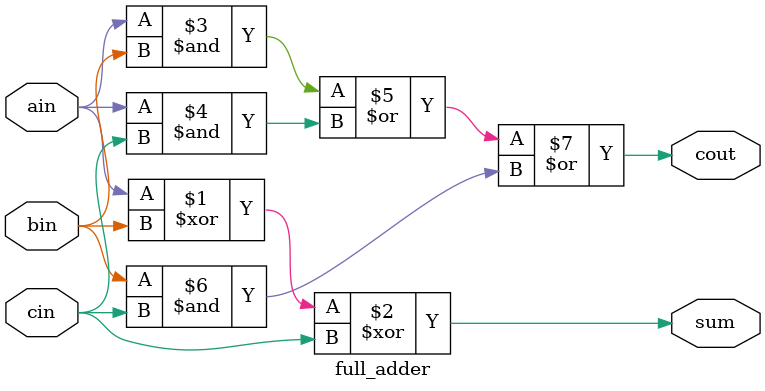
<source format=v>
module full_adder(
    output cout,
    output sum,
    input ain,
    input bin,
    input cin
    );

    //assign bin2 = cin^bin; // XORing the inputs to bin with cin. If 1, subtract; if 0, add
    
    assign sum = ain^bin^cin;
    assign cout = (ain&bin) | (ain&cin) | (bin&cin);
endmodule

</source>
